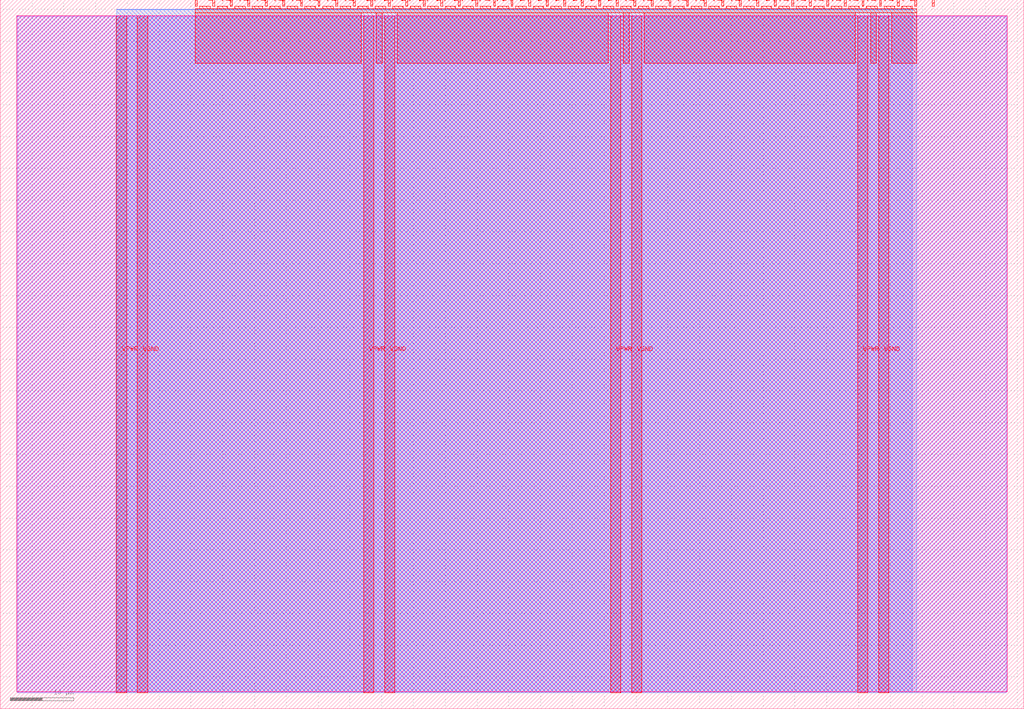
<source format=lef>
VERSION 5.7 ;
  NOWIREEXTENSIONATPIN ON ;
  DIVIDERCHAR "/" ;
  BUSBITCHARS "[]" ;
MACRO tt_um_led_jellyant
  CLASS BLOCK ;
  FOREIGN tt_um_led_jellyant ;
  ORIGIN 0.000 0.000 ;
  SIZE 161.000 BY 111.520 ;
  PIN VGND
    DIRECTION INOUT ;
    USE GROUND ;
    PORT
      LAYER met4 ;
        RECT 21.580 2.480 23.180 109.040 ;
    END
    PORT
      LAYER met4 ;
        RECT 60.450 2.480 62.050 109.040 ;
    END
    PORT
      LAYER met4 ;
        RECT 99.320 2.480 100.920 109.040 ;
    END
    PORT
      LAYER met4 ;
        RECT 138.190 2.480 139.790 109.040 ;
    END
  END VGND
  PIN VPWR
    DIRECTION INOUT ;
    USE POWER ;
    PORT
      LAYER met4 ;
        RECT 18.280 2.480 19.880 109.040 ;
    END
    PORT
      LAYER met4 ;
        RECT 57.150 2.480 58.750 109.040 ;
    END
    PORT
      LAYER met4 ;
        RECT 96.020 2.480 97.620 109.040 ;
    END
    PORT
      LAYER met4 ;
        RECT 134.890 2.480 136.490 109.040 ;
    END
  END VPWR
  PIN clk
    DIRECTION INPUT ;
    USE SIGNAL ;
    ANTENNAGATEAREA 0.852000 ;
    PORT
      LAYER met4 ;
        RECT 143.830 110.520 144.130 111.520 ;
    END
  END clk
  PIN ena
    DIRECTION INPUT ;
    USE SIGNAL ;
    PORT
      LAYER met4 ;
        RECT 146.590 110.520 146.890 111.520 ;
    END
  END ena
  PIN rst_n
    DIRECTION INPUT ;
    USE SIGNAL ;
    PORT
      LAYER met4 ;
        RECT 141.070 110.520 141.370 111.520 ;
    END
  END rst_n
  PIN ui_in[0]
    DIRECTION INPUT ;
    USE SIGNAL ;
    PORT
      LAYER met4 ;
        RECT 138.310 110.520 138.610 111.520 ;
    END
  END ui_in[0]
  PIN ui_in[1]
    DIRECTION INPUT ;
    USE SIGNAL ;
    PORT
      LAYER met4 ;
        RECT 135.550 110.520 135.850 111.520 ;
    END
  END ui_in[1]
  PIN ui_in[2]
    DIRECTION INPUT ;
    USE SIGNAL ;
    PORT
      LAYER met4 ;
        RECT 132.790 110.520 133.090 111.520 ;
    END
  END ui_in[2]
  PIN ui_in[3]
    DIRECTION INPUT ;
    USE SIGNAL ;
    PORT
      LAYER met4 ;
        RECT 130.030 110.520 130.330 111.520 ;
    END
  END ui_in[3]
  PIN ui_in[4]
    DIRECTION INPUT ;
    USE SIGNAL ;
    PORT
      LAYER met4 ;
        RECT 127.270 110.520 127.570 111.520 ;
    END
  END ui_in[4]
  PIN ui_in[5]
    DIRECTION INPUT ;
    USE SIGNAL ;
    PORT
      LAYER met4 ;
        RECT 124.510 110.520 124.810 111.520 ;
    END
  END ui_in[5]
  PIN ui_in[6]
    DIRECTION INPUT ;
    USE SIGNAL ;
    PORT
      LAYER met4 ;
        RECT 121.750 110.520 122.050 111.520 ;
    END
  END ui_in[6]
  PIN ui_in[7]
    DIRECTION INPUT ;
    USE SIGNAL ;
    PORT
      LAYER met4 ;
        RECT 118.990 110.520 119.290 111.520 ;
    END
  END ui_in[7]
  PIN uio_in[0]
    DIRECTION INPUT ;
    USE SIGNAL ;
    PORT
      LAYER met4 ;
        RECT 116.230 110.520 116.530 111.520 ;
    END
  END uio_in[0]
  PIN uio_in[1]
    DIRECTION INPUT ;
    USE SIGNAL ;
    PORT
      LAYER met4 ;
        RECT 113.470 110.520 113.770 111.520 ;
    END
  END uio_in[1]
  PIN uio_in[2]
    DIRECTION INPUT ;
    USE SIGNAL ;
    PORT
      LAYER met4 ;
        RECT 110.710 110.520 111.010 111.520 ;
    END
  END uio_in[2]
  PIN uio_in[3]
    DIRECTION INPUT ;
    USE SIGNAL ;
    PORT
      LAYER met4 ;
        RECT 107.950 110.520 108.250 111.520 ;
    END
  END uio_in[3]
  PIN uio_in[4]
    DIRECTION INPUT ;
    USE SIGNAL ;
    PORT
      LAYER met4 ;
        RECT 105.190 110.520 105.490 111.520 ;
    END
  END uio_in[4]
  PIN uio_in[5]
    DIRECTION INPUT ;
    USE SIGNAL ;
    PORT
      LAYER met4 ;
        RECT 102.430 110.520 102.730 111.520 ;
    END
  END uio_in[5]
  PIN uio_in[6]
    DIRECTION INPUT ;
    USE SIGNAL ;
    PORT
      LAYER met4 ;
        RECT 99.670 110.520 99.970 111.520 ;
    END
  END uio_in[6]
  PIN uio_in[7]
    DIRECTION INPUT ;
    USE SIGNAL ;
    PORT
      LAYER met4 ;
        RECT 96.910 110.520 97.210 111.520 ;
    END
  END uio_in[7]
  PIN uio_oe[0]
    DIRECTION OUTPUT ;
    USE SIGNAL ;
    PORT
      LAYER met4 ;
        RECT 49.990 110.520 50.290 111.520 ;
    END
  END uio_oe[0]
  PIN uio_oe[1]
    DIRECTION OUTPUT ;
    USE SIGNAL ;
    PORT
      LAYER met4 ;
        RECT 47.230 110.520 47.530 111.520 ;
    END
  END uio_oe[1]
  PIN uio_oe[2]
    DIRECTION OUTPUT ;
    USE SIGNAL ;
    PORT
      LAYER met4 ;
        RECT 44.470 110.520 44.770 111.520 ;
    END
  END uio_oe[2]
  PIN uio_oe[3]
    DIRECTION OUTPUT ;
    USE SIGNAL ;
    PORT
      LAYER met4 ;
        RECT 41.710 110.520 42.010 111.520 ;
    END
  END uio_oe[3]
  PIN uio_oe[4]
    DIRECTION OUTPUT ;
    USE SIGNAL ;
    PORT
      LAYER met4 ;
        RECT 38.950 110.520 39.250 111.520 ;
    END
  END uio_oe[4]
  PIN uio_oe[5]
    DIRECTION OUTPUT ;
    USE SIGNAL ;
    PORT
      LAYER met4 ;
        RECT 36.190 110.520 36.490 111.520 ;
    END
  END uio_oe[5]
  PIN uio_oe[6]
    DIRECTION OUTPUT ;
    USE SIGNAL ;
    PORT
      LAYER met4 ;
        RECT 33.430 110.520 33.730 111.520 ;
    END
  END uio_oe[6]
  PIN uio_oe[7]
    DIRECTION OUTPUT ;
    USE SIGNAL ;
    PORT
      LAYER met4 ;
        RECT 30.670 110.520 30.970 111.520 ;
    END
  END uio_oe[7]
  PIN uio_out[0]
    DIRECTION OUTPUT ;
    USE SIGNAL ;
    PORT
      LAYER met4 ;
        RECT 72.070 110.520 72.370 111.520 ;
    END
  END uio_out[0]
  PIN uio_out[1]
    DIRECTION OUTPUT ;
    USE SIGNAL ;
    PORT
      LAYER met4 ;
        RECT 69.310 110.520 69.610 111.520 ;
    END
  END uio_out[1]
  PIN uio_out[2]
    DIRECTION OUTPUT ;
    USE SIGNAL ;
    PORT
      LAYER met4 ;
        RECT 66.550 110.520 66.850 111.520 ;
    END
  END uio_out[2]
  PIN uio_out[3]
    DIRECTION OUTPUT ;
    USE SIGNAL ;
    PORT
      LAYER met4 ;
        RECT 63.790 110.520 64.090 111.520 ;
    END
  END uio_out[3]
  PIN uio_out[4]
    DIRECTION OUTPUT ;
    USE SIGNAL ;
    PORT
      LAYER met4 ;
        RECT 61.030 110.520 61.330 111.520 ;
    END
  END uio_out[4]
  PIN uio_out[5]
    DIRECTION OUTPUT ;
    USE SIGNAL ;
    PORT
      LAYER met4 ;
        RECT 58.270 110.520 58.570 111.520 ;
    END
  END uio_out[5]
  PIN uio_out[6]
    DIRECTION OUTPUT ;
    USE SIGNAL ;
    PORT
      LAYER met4 ;
        RECT 55.510 110.520 55.810 111.520 ;
    END
  END uio_out[6]
  PIN uio_out[7]
    DIRECTION OUTPUT ;
    USE SIGNAL ;
    PORT
      LAYER met4 ;
        RECT 52.750 110.520 53.050 111.520 ;
    END
  END uio_out[7]
  PIN uo_out[0]
    DIRECTION OUTPUT ;
    USE SIGNAL ;
    ANTENNAGATEAREA 0.499500 ;
    ANTENNADIFFAREA 0.891000 ;
    PORT
      LAYER met4 ;
        RECT 94.150 110.520 94.450 111.520 ;
    END
  END uo_out[0]
  PIN uo_out[1]
    DIRECTION OUTPUT ;
    USE SIGNAL ;
    ANTENNAGATEAREA 0.499500 ;
    ANTENNADIFFAREA 0.891000 ;
    PORT
      LAYER met4 ;
        RECT 91.390 110.520 91.690 111.520 ;
    END
  END uo_out[1]
  PIN uo_out[2]
    DIRECTION OUTPUT ;
    USE SIGNAL ;
    ANTENNAGATEAREA 0.373500 ;
    ANTENNADIFFAREA 0.445500 ;
    PORT
      LAYER met4 ;
        RECT 88.630 110.520 88.930 111.520 ;
    END
  END uo_out[2]
  PIN uo_out[3]
    DIRECTION OUTPUT ;
    USE SIGNAL ;
    ANTENNAGATEAREA 0.625500 ;
    ANTENNADIFFAREA 0.891000 ;
    PORT
      LAYER met4 ;
        RECT 85.870 110.520 86.170 111.520 ;
    END
  END uo_out[3]
  PIN uo_out[4]
    DIRECTION OUTPUT ;
    USE SIGNAL ;
    ANTENNAGATEAREA 0.378000 ;
    ANTENNADIFFAREA 0.891000 ;
    PORT
      LAYER met4 ;
        RECT 83.110 110.520 83.410 111.520 ;
    END
  END uo_out[4]
  PIN uo_out[5]
    DIRECTION OUTPUT ;
    USE SIGNAL ;
    ANTENNAGATEAREA 0.252000 ;
    ANTENNADIFFAREA 0.445500 ;
    PORT
      LAYER met4 ;
        RECT 80.350 110.520 80.650 111.520 ;
    END
  END uo_out[5]
  PIN uo_out[6]
    DIRECTION OUTPUT ;
    USE SIGNAL ;
    ANTENNAGATEAREA 0.373500 ;
    ANTENNADIFFAREA 0.445500 ;
    PORT
      LAYER met4 ;
        RECT 77.590 110.520 77.890 111.520 ;
    END
  END uo_out[6]
  PIN uo_out[7]
    DIRECTION OUTPUT ;
    USE SIGNAL ;
    ANTENNAGATEAREA 0.495000 ;
    ANTENNADIFFAREA 0.445500 ;
    PORT
      LAYER met4 ;
        RECT 74.830 110.520 75.130 111.520 ;
    END
  END uo_out[7]
  OBS
      LAYER nwell ;
        RECT 2.570 2.635 158.430 108.990 ;
      LAYER li1 ;
        RECT 2.760 2.635 158.240 108.885 ;
      LAYER met1 ;
        RECT 2.760 2.480 158.240 109.040 ;
      LAYER met2 ;
        RECT 18.310 2.535 143.430 110.005 ;
      LAYER met3 ;
        RECT 18.290 2.555 144.170 109.985 ;
      LAYER met4 ;
        RECT 31.370 110.120 33.030 110.520 ;
        RECT 34.130 110.120 35.790 110.520 ;
        RECT 36.890 110.120 38.550 110.520 ;
        RECT 39.650 110.120 41.310 110.520 ;
        RECT 42.410 110.120 44.070 110.520 ;
        RECT 45.170 110.120 46.830 110.520 ;
        RECT 47.930 110.120 49.590 110.520 ;
        RECT 50.690 110.120 52.350 110.520 ;
        RECT 53.450 110.120 55.110 110.520 ;
        RECT 56.210 110.120 57.870 110.520 ;
        RECT 58.970 110.120 60.630 110.520 ;
        RECT 61.730 110.120 63.390 110.520 ;
        RECT 64.490 110.120 66.150 110.520 ;
        RECT 67.250 110.120 68.910 110.520 ;
        RECT 70.010 110.120 71.670 110.520 ;
        RECT 72.770 110.120 74.430 110.520 ;
        RECT 75.530 110.120 77.190 110.520 ;
        RECT 78.290 110.120 79.950 110.520 ;
        RECT 81.050 110.120 82.710 110.520 ;
        RECT 83.810 110.120 85.470 110.520 ;
        RECT 86.570 110.120 88.230 110.520 ;
        RECT 89.330 110.120 90.990 110.520 ;
        RECT 92.090 110.120 93.750 110.520 ;
        RECT 94.850 110.120 96.510 110.520 ;
        RECT 97.610 110.120 99.270 110.520 ;
        RECT 100.370 110.120 102.030 110.520 ;
        RECT 103.130 110.120 104.790 110.520 ;
        RECT 105.890 110.120 107.550 110.520 ;
        RECT 108.650 110.120 110.310 110.520 ;
        RECT 111.410 110.120 113.070 110.520 ;
        RECT 114.170 110.120 115.830 110.520 ;
        RECT 116.930 110.120 118.590 110.520 ;
        RECT 119.690 110.120 121.350 110.520 ;
        RECT 122.450 110.120 124.110 110.520 ;
        RECT 125.210 110.120 126.870 110.520 ;
        RECT 127.970 110.120 129.630 110.520 ;
        RECT 130.730 110.120 132.390 110.520 ;
        RECT 133.490 110.120 135.150 110.520 ;
        RECT 136.250 110.120 137.910 110.520 ;
        RECT 139.010 110.120 140.670 110.520 ;
        RECT 141.770 110.120 143.430 110.520 ;
        RECT 30.655 109.440 144.145 110.120 ;
        RECT 30.655 101.495 56.750 109.440 ;
        RECT 59.150 101.495 60.050 109.440 ;
        RECT 62.450 101.495 95.620 109.440 ;
        RECT 98.020 101.495 98.920 109.440 ;
        RECT 101.320 101.495 134.490 109.440 ;
        RECT 136.890 101.495 137.790 109.440 ;
        RECT 140.190 101.495 144.145 109.440 ;
  END
END tt_um_led_jellyant
END LIBRARY


</source>
